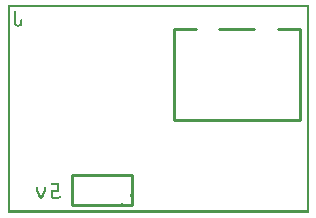
<source format=gbo>
G04 MADE WITH FRITZING*
G04 WWW.FRITZING.ORG*
G04 DOUBLE SIDED*
G04 HOLES PLATED*
G04 CONTOUR ON CENTER OF CONTOUR VECTOR*
%ASAXBY*%
%FSLAX23Y23*%
%MOIN*%
%OFA0B0*%
%SFA1.0B1.0*%
%ADD10C,0.010000*%
%ADD11R,0.001000X0.001000*%
%LNSILK0*%
G90*
G70*
G54D10*
X974Y311D02*
X554Y311D01*
D02*
X974Y612D02*
X974Y311D01*
D02*
X554Y311D02*
X554Y612D01*
D02*
X821Y612D02*
X703Y612D01*
D02*
X974Y612D02*
X900Y612D01*
D02*
X629Y612D02*
X554Y612D01*
D02*
X414Y26D02*
X214Y26D01*
D02*
X214Y26D02*
X214Y126D01*
D02*
X214Y126D02*
X414Y126D01*
D02*
X414Y126D02*
X414Y26D01*
G54D11*
X0Y693D02*
X1004Y693D01*
X0Y692D02*
X1004Y692D01*
X0Y691D02*
X1004Y691D01*
X0Y690D02*
X1004Y690D01*
X0Y689D02*
X1004Y689D01*
X0Y688D02*
X1004Y688D01*
X0Y687D02*
X1004Y687D01*
X0Y686D02*
X1004Y686D01*
X0Y685D02*
X7Y685D01*
X997Y685D02*
X1004Y685D01*
X0Y684D02*
X7Y684D01*
X997Y684D02*
X1004Y684D01*
X0Y683D02*
X7Y683D01*
X997Y683D02*
X1004Y683D01*
X0Y682D02*
X7Y682D01*
X997Y682D02*
X1004Y682D01*
X0Y681D02*
X7Y681D01*
X997Y681D02*
X1004Y681D01*
X0Y680D02*
X7Y680D01*
X997Y680D02*
X1004Y680D01*
X0Y679D02*
X7Y679D01*
X997Y679D02*
X1004Y679D01*
X0Y678D02*
X7Y678D01*
X997Y678D02*
X1004Y678D01*
X0Y677D02*
X7Y677D01*
X997Y677D02*
X1004Y677D01*
X0Y676D02*
X7Y676D01*
X997Y676D02*
X1004Y676D01*
X0Y675D02*
X7Y675D01*
X25Y675D02*
X25Y675D01*
X997Y675D02*
X1004Y675D01*
X0Y674D02*
X7Y674D01*
X23Y674D02*
X27Y674D01*
X997Y674D02*
X1004Y674D01*
X0Y673D02*
X7Y673D01*
X22Y673D02*
X27Y673D01*
X997Y673D02*
X1004Y673D01*
X0Y672D02*
X7Y672D01*
X22Y672D02*
X28Y672D01*
X997Y672D02*
X1004Y672D01*
X0Y671D02*
X7Y671D01*
X22Y671D02*
X28Y671D01*
X997Y671D02*
X1004Y671D01*
X0Y670D02*
X7Y670D01*
X22Y670D02*
X28Y670D01*
X997Y670D02*
X1004Y670D01*
X0Y669D02*
X7Y669D01*
X22Y669D02*
X28Y669D01*
X997Y669D02*
X1004Y669D01*
X0Y668D02*
X7Y668D01*
X22Y668D02*
X28Y668D01*
X997Y668D02*
X1004Y668D01*
X0Y667D02*
X7Y667D01*
X22Y667D02*
X28Y667D01*
X997Y667D02*
X1004Y667D01*
X0Y666D02*
X7Y666D01*
X22Y666D02*
X28Y666D01*
X997Y666D02*
X1004Y666D01*
X0Y665D02*
X7Y665D01*
X22Y665D02*
X28Y665D01*
X997Y665D02*
X1004Y665D01*
X0Y664D02*
X7Y664D01*
X22Y664D02*
X28Y664D01*
X997Y664D02*
X1004Y664D01*
X0Y663D02*
X7Y663D01*
X22Y663D02*
X28Y663D01*
X997Y663D02*
X1004Y663D01*
X0Y662D02*
X7Y662D01*
X22Y662D02*
X28Y662D01*
X997Y662D02*
X1004Y662D01*
X0Y661D02*
X7Y661D01*
X22Y661D02*
X28Y661D01*
X997Y661D02*
X1004Y661D01*
X0Y660D02*
X7Y660D01*
X22Y660D02*
X28Y660D01*
X997Y660D02*
X1004Y660D01*
X0Y659D02*
X7Y659D01*
X22Y659D02*
X28Y659D01*
X997Y659D02*
X1004Y659D01*
X0Y658D02*
X7Y658D01*
X22Y658D02*
X28Y658D01*
X997Y658D02*
X1004Y658D01*
X0Y657D02*
X7Y657D01*
X22Y657D02*
X28Y657D01*
X997Y657D02*
X1004Y657D01*
X0Y656D02*
X7Y656D01*
X22Y656D02*
X28Y656D01*
X997Y656D02*
X1004Y656D01*
X0Y655D02*
X7Y655D01*
X22Y655D02*
X28Y655D01*
X997Y655D02*
X1004Y655D01*
X0Y654D02*
X7Y654D01*
X22Y654D02*
X28Y654D01*
X997Y654D02*
X1004Y654D01*
X0Y653D02*
X7Y653D01*
X22Y653D02*
X28Y653D01*
X997Y653D02*
X1004Y653D01*
X0Y652D02*
X7Y652D01*
X22Y652D02*
X28Y652D01*
X997Y652D02*
X1004Y652D01*
X0Y651D02*
X7Y651D01*
X22Y651D02*
X28Y651D01*
X997Y651D02*
X1004Y651D01*
X0Y650D02*
X7Y650D01*
X22Y650D02*
X28Y650D01*
X997Y650D02*
X1004Y650D01*
X0Y649D02*
X7Y649D01*
X22Y649D02*
X28Y649D01*
X997Y649D02*
X1004Y649D01*
X0Y648D02*
X7Y648D01*
X22Y648D02*
X28Y648D01*
X997Y648D02*
X1004Y648D01*
X0Y647D02*
X7Y647D01*
X22Y647D02*
X28Y647D01*
X997Y647D02*
X1004Y647D01*
X0Y646D02*
X7Y646D01*
X22Y646D02*
X28Y646D01*
X997Y646D02*
X1004Y646D01*
X0Y645D02*
X7Y645D01*
X22Y645D02*
X28Y645D01*
X44Y645D02*
X47Y645D01*
X997Y645D02*
X1004Y645D01*
X0Y644D02*
X7Y644D01*
X22Y644D02*
X28Y644D01*
X43Y644D02*
X48Y644D01*
X997Y644D02*
X1004Y644D01*
X0Y643D02*
X7Y643D01*
X22Y643D02*
X28Y643D01*
X43Y643D02*
X48Y643D01*
X997Y643D02*
X1004Y643D01*
X0Y642D02*
X7Y642D01*
X22Y642D02*
X28Y642D01*
X42Y642D02*
X48Y642D01*
X997Y642D02*
X1004Y642D01*
X0Y641D02*
X7Y641D01*
X22Y641D02*
X28Y641D01*
X42Y641D02*
X48Y641D01*
X997Y641D02*
X1004Y641D01*
X0Y640D02*
X7Y640D01*
X22Y640D02*
X28Y640D01*
X42Y640D02*
X48Y640D01*
X997Y640D02*
X1004Y640D01*
X0Y639D02*
X7Y639D01*
X22Y639D02*
X28Y639D01*
X42Y639D02*
X48Y639D01*
X997Y639D02*
X1004Y639D01*
X0Y638D02*
X7Y638D01*
X22Y638D02*
X28Y638D01*
X42Y638D02*
X48Y638D01*
X997Y638D02*
X1004Y638D01*
X0Y637D02*
X7Y637D01*
X22Y637D02*
X28Y637D01*
X42Y637D02*
X48Y637D01*
X997Y637D02*
X1004Y637D01*
X0Y636D02*
X7Y636D01*
X22Y636D02*
X28Y636D01*
X42Y636D02*
X48Y636D01*
X997Y636D02*
X1004Y636D01*
X0Y635D02*
X7Y635D01*
X22Y635D02*
X28Y635D01*
X42Y635D02*
X48Y635D01*
X997Y635D02*
X1004Y635D01*
X0Y634D02*
X7Y634D01*
X22Y634D02*
X28Y634D01*
X42Y634D02*
X48Y634D01*
X997Y634D02*
X1004Y634D01*
X0Y633D02*
X7Y633D01*
X22Y633D02*
X28Y633D01*
X42Y633D02*
X48Y633D01*
X997Y633D02*
X1004Y633D01*
X0Y632D02*
X7Y632D01*
X22Y632D02*
X28Y632D01*
X42Y632D02*
X48Y632D01*
X997Y632D02*
X1004Y632D01*
X0Y631D02*
X7Y631D01*
X22Y631D02*
X28Y631D01*
X42Y631D02*
X48Y631D01*
X997Y631D02*
X1004Y631D01*
X0Y630D02*
X7Y630D01*
X22Y630D02*
X28Y630D01*
X42Y630D02*
X48Y630D01*
X997Y630D02*
X1004Y630D01*
X0Y629D02*
X7Y629D01*
X22Y629D02*
X29Y629D01*
X41Y629D02*
X48Y629D01*
X997Y629D02*
X1004Y629D01*
X0Y628D02*
X7Y628D01*
X22Y628D02*
X31Y628D01*
X39Y628D02*
X48Y628D01*
X997Y628D02*
X1004Y628D01*
X0Y627D02*
X7Y627D01*
X23Y627D02*
X47Y627D01*
X997Y627D02*
X1004Y627D01*
X0Y626D02*
X7Y626D01*
X23Y626D02*
X47Y626D01*
X997Y626D02*
X1004Y626D01*
X0Y625D02*
X7Y625D01*
X24Y625D02*
X46Y625D01*
X997Y625D02*
X1004Y625D01*
X0Y624D02*
X7Y624D01*
X25Y624D02*
X45Y624D01*
X997Y624D02*
X1004Y624D01*
X0Y623D02*
X7Y623D01*
X26Y623D02*
X44Y623D01*
X997Y623D02*
X1004Y623D01*
X0Y622D02*
X7Y622D01*
X28Y622D02*
X42Y622D01*
X997Y622D02*
X1004Y622D01*
X0Y621D02*
X7Y621D01*
X32Y621D02*
X38Y621D01*
X997Y621D02*
X1004Y621D01*
X0Y620D02*
X7Y620D01*
X997Y620D02*
X1004Y620D01*
X0Y619D02*
X7Y619D01*
X997Y619D02*
X1004Y619D01*
X0Y618D02*
X7Y618D01*
X997Y618D02*
X1004Y618D01*
X0Y617D02*
X7Y617D01*
X997Y617D02*
X1004Y617D01*
X0Y616D02*
X7Y616D01*
X997Y616D02*
X1004Y616D01*
X0Y615D02*
X7Y615D01*
X997Y615D02*
X1004Y615D01*
X0Y614D02*
X7Y614D01*
X997Y614D02*
X1004Y614D01*
X0Y613D02*
X7Y613D01*
X997Y613D02*
X1004Y613D01*
X0Y612D02*
X7Y612D01*
X997Y612D02*
X1004Y612D01*
X0Y611D02*
X7Y611D01*
X997Y611D02*
X1004Y611D01*
X0Y610D02*
X7Y610D01*
X997Y610D02*
X1004Y610D01*
X0Y609D02*
X7Y609D01*
X997Y609D02*
X1004Y609D01*
X0Y608D02*
X7Y608D01*
X997Y608D02*
X1004Y608D01*
X0Y607D02*
X7Y607D01*
X997Y607D02*
X1004Y607D01*
X0Y606D02*
X7Y606D01*
X997Y606D02*
X1004Y606D01*
X0Y605D02*
X7Y605D01*
X997Y605D02*
X1004Y605D01*
X0Y604D02*
X7Y604D01*
X997Y604D02*
X1004Y604D01*
X0Y603D02*
X7Y603D01*
X997Y603D02*
X1004Y603D01*
X0Y602D02*
X7Y602D01*
X997Y602D02*
X1004Y602D01*
X0Y601D02*
X7Y601D01*
X997Y601D02*
X1004Y601D01*
X0Y600D02*
X7Y600D01*
X997Y600D02*
X1004Y600D01*
X0Y599D02*
X7Y599D01*
X997Y599D02*
X1004Y599D01*
X0Y598D02*
X7Y598D01*
X997Y598D02*
X1004Y598D01*
X0Y597D02*
X7Y597D01*
X997Y597D02*
X1004Y597D01*
X0Y596D02*
X7Y596D01*
X997Y596D02*
X1004Y596D01*
X0Y595D02*
X7Y595D01*
X997Y595D02*
X1004Y595D01*
X0Y594D02*
X7Y594D01*
X997Y594D02*
X1004Y594D01*
X0Y593D02*
X7Y593D01*
X997Y593D02*
X1004Y593D01*
X0Y592D02*
X7Y592D01*
X997Y592D02*
X1004Y592D01*
X0Y591D02*
X7Y591D01*
X997Y591D02*
X1004Y591D01*
X0Y590D02*
X7Y590D01*
X997Y590D02*
X1004Y590D01*
X0Y589D02*
X7Y589D01*
X997Y589D02*
X1004Y589D01*
X0Y588D02*
X7Y588D01*
X997Y588D02*
X1004Y588D01*
X0Y587D02*
X7Y587D01*
X997Y587D02*
X1004Y587D01*
X0Y586D02*
X7Y586D01*
X997Y586D02*
X1004Y586D01*
X0Y585D02*
X7Y585D01*
X997Y585D02*
X1004Y585D01*
X0Y584D02*
X7Y584D01*
X997Y584D02*
X1004Y584D01*
X0Y583D02*
X7Y583D01*
X997Y583D02*
X1004Y583D01*
X0Y582D02*
X7Y582D01*
X997Y582D02*
X1004Y582D01*
X0Y581D02*
X7Y581D01*
X997Y581D02*
X1004Y581D01*
X0Y580D02*
X7Y580D01*
X997Y580D02*
X1004Y580D01*
X0Y579D02*
X7Y579D01*
X997Y579D02*
X1004Y579D01*
X0Y578D02*
X7Y578D01*
X997Y578D02*
X1004Y578D01*
X0Y577D02*
X7Y577D01*
X997Y577D02*
X1004Y577D01*
X0Y576D02*
X7Y576D01*
X997Y576D02*
X1004Y576D01*
X0Y575D02*
X7Y575D01*
X997Y575D02*
X1004Y575D01*
X0Y574D02*
X7Y574D01*
X997Y574D02*
X1004Y574D01*
X0Y573D02*
X7Y573D01*
X997Y573D02*
X1004Y573D01*
X0Y572D02*
X7Y572D01*
X997Y572D02*
X1004Y572D01*
X0Y571D02*
X7Y571D01*
X997Y571D02*
X1004Y571D01*
X0Y570D02*
X7Y570D01*
X997Y570D02*
X1004Y570D01*
X0Y569D02*
X7Y569D01*
X997Y569D02*
X1004Y569D01*
X0Y568D02*
X7Y568D01*
X997Y568D02*
X1004Y568D01*
X0Y567D02*
X7Y567D01*
X997Y567D02*
X1004Y567D01*
X0Y566D02*
X7Y566D01*
X997Y566D02*
X1004Y566D01*
X0Y565D02*
X7Y565D01*
X997Y565D02*
X1004Y565D01*
X0Y564D02*
X7Y564D01*
X997Y564D02*
X1004Y564D01*
X0Y563D02*
X7Y563D01*
X997Y563D02*
X1004Y563D01*
X0Y562D02*
X7Y562D01*
X997Y562D02*
X1004Y562D01*
X0Y561D02*
X7Y561D01*
X997Y561D02*
X1004Y561D01*
X0Y560D02*
X7Y560D01*
X997Y560D02*
X1004Y560D01*
X0Y559D02*
X7Y559D01*
X997Y559D02*
X1004Y559D01*
X0Y558D02*
X7Y558D01*
X997Y558D02*
X1004Y558D01*
X0Y557D02*
X7Y557D01*
X997Y557D02*
X1004Y557D01*
X0Y556D02*
X7Y556D01*
X997Y556D02*
X1004Y556D01*
X0Y555D02*
X7Y555D01*
X997Y555D02*
X1004Y555D01*
X0Y554D02*
X7Y554D01*
X997Y554D02*
X1004Y554D01*
X0Y553D02*
X7Y553D01*
X997Y553D02*
X1004Y553D01*
X0Y552D02*
X7Y552D01*
X997Y552D02*
X1004Y552D01*
X0Y551D02*
X7Y551D01*
X997Y551D02*
X1004Y551D01*
X0Y550D02*
X7Y550D01*
X997Y550D02*
X1004Y550D01*
X0Y549D02*
X7Y549D01*
X997Y549D02*
X1004Y549D01*
X0Y548D02*
X7Y548D01*
X997Y548D02*
X1004Y548D01*
X0Y547D02*
X7Y547D01*
X997Y547D02*
X1004Y547D01*
X0Y546D02*
X7Y546D01*
X997Y546D02*
X1004Y546D01*
X0Y545D02*
X7Y545D01*
X997Y545D02*
X1004Y545D01*
X0Y544D02*
X7Y544D01*
X997Y544D02*
X1004Y544D01*
X0Y543D02*
X7Y543D01*
X997Y543D02*
X1004Y543D01*
X0Y542D02*
X7Y542D01*
X997Y542D02*
X1004Y542D01*
X0Y541D02*
X7Y541D01*
X997Y541D02*
X1004Y541D01*
X0Y540D02*
X7Y540D01*
X997Y540D02*
X1004Y540D01*
X0Y539D02*
X7Y539D01*
X997Y539D02*
X1004Y539D01*
X0Y538D02*
X7Y538D01*
X997Y538D02*
X1004Y538D01*
X0Y537D02*
X7Y537D01*
X997Y537D02*
X1004Y537D01*
X0Y536D02*
X7Y536D01*
X997Y536D02*
X1004Y536D01*
X0Y535D02*
X7Y535D01*
X997Y535D02*
X1004Y535D01*
X0Y534D02*
X7Y534D01*
X997Y534D02*
X1004Y534D01*
X0Y533D02*
X7Y533D01*
X997Y533D02*
X1004Y533D01*
X0Y532D02*
X7Y532D01*
X997Y532D02*
X1004Y532D01*
X0Y531D02*
X7Y531D01*
X997Y531D02*
X1004Y531D01*
X0Y530D02*
X7Y530D01*
X997Y530D02*
X1004Y530D01*
X0Y529D02*
X7Y529D01*
X997Y529D02*
X1004Y529D01*
X0Y528D02*
X7Y528D01*
X997Y528D02*
X1004Y528D01*
X0Y527D02*
X7Y527D01*
X997Y527D02*
X1004Y527D01*
X0Y526D02*
X7Y526D01*
X997Y526D02*
X1004Y526D01*
X0Y525D02*
X7Y525D01*
X997Y525D02*
X1004Y525D01*
X0Y524D02*
X7Y524D01*
X997Y524D02*
X1004Y524D01*
X0Y523D02*
X7Y523D01*
X997Y523D02*
X1004Y523D01*
X0Y522D02*
X7Y522D01*
X997Y522D02*
X1004Y522D01*
X0Y521D02*
X7Y521D01*
X997Y521D02*
X1004Y521D01*
X0Y520D02*
X7Y520D01*
X997Y520D02*
X1004Y520D01*
X0Y519D02*
X7Y519D01*
X997Y519D02*
X1004Y519D01*
X0Y518D02*
X7Y518D01*
X997Y518D02*
X1004Y518D01*
X0Y517D02*
X7Y517D01*
X997Y517D02*
X1004Y517D01*
X0Y516D02*
X7Y516D01*
X997Y516D02*
X1004Y516D01*
X0Y515D02*
X7Y515D01*
X997Y515D02*
X1004Y515D01*
X0Y514D02*
X7Y514D01*
X997Y514D02*
X1004Y514D01*
X0Y513D02*
X7Y513D01*
X997Y513D02*
X1004Y513D01*
X0Y512D02*
X7Y512D01*
X997Y512D02*
X1004Y512D01*
X0Y511D02*
X7Y511D01*
X997Y511D02*
X1004Y511D01*
X0Y510D02*
X7Y510D01*
X997Y510D02*
X1004Y510D01*
X0Y509D02*
X7Y509D01*
X997Y509D02*
X1004Y509D01*
X0Y508D02*
X7Y508D01*
X997Y508D02*
X1004Y508D01*
X0Y507D02*
X7Y507D01*
X997Y507D02*
X1004Y507D01*
X0Y506D02*
X7Y506D01*
X997Y506D02*
X1004Y506D01*
X0Y505D02*
X7Y505D01*
X997Y505D02*
X1004Y505D01*
X0Y504D02*
X7Y504D01*
X997Y504D02*
X1004Y504D01*
X0Y503D02*
X7Y503D01*
X997Y503D02*
X1004Y503D01*
X0Y502D02*
X7Y502D01*
X997Y502D02*
X1004Y502D01*
X0Y501D02*
X7Y501D01*
X997Y501D02*
X1004Y501D01*
X0Y500D02*
X7Y500D01*
X997Y500D02*
X1004Y500D01*
X0Y499D02*
X7Y499D01*
X997Y499D02*
X1004Y499D01*
X0Y498D02*
X7Y498D01*
X997Y498D02*
X1004Y498D01*
X0Y497D02*
X7Y497D01*
X997Y497D02*
X1004Y497D01*
X0Y496D02*
X7Y496D01*
X997Y496D02*
X1004Y496D01*
X0Y495D02*
X7Y495D01*
X997Y495D02*
X1004Y495D01*
X0Y494D02*
X7Y494D01*
X997Y494D02*
X1004Y494D01*
X0Y493D02*
X7Y493D01*
X997Y493D02*
X1004Y493D01*
X0Y492D02*
X7Y492D01*
X997Y492D02*
X1004Y492D01*
X0Y491D02*
X7Y491D01*
X997Y491D02*
X1004Y491D01*
X0Y490D02*
X7Y490D01*
X997Y490D02*
X1004Y490D01*
X0Y489D02*
X7Y489D01*
X997Y489D02*
X1004Y489D01*
X0Y488D02*
X7Y488D01*
X997Y488D02*
X1004Y488D01*
X0Y487D02*
X7Y487D01*
X997Y487D02*
X1004Y487D01*
X0Y486D02*
X7Y486D01*
X997Y486D02*
X1004Y486D01*
X0Y485D02*
X7Y485D01*
X997Y485D02*
X1004Y485D01*
X0Y484D02*
X7Y484D01*
X997Y484D02*
X1004Y484D01*
X0Y483D02*
X7Y483D01*
X997Y483D02*
X1004Y483D01*
X0Y482D02*
X7Y482D01*
X997Y482D02*
X1004Y482D01*
X0Y481D02*
X7Y481D01*
X997Y481D02*
X1004Y481D01*
X0Y480D02*
X7Y480D01*
X997Y480D02*
X1004Y480D01*
X0Y479D02*
X7Y479D01*
X997Y479D02*
X1004Y479D01*
X0Y478D02*
X7Y478D01*
X997Y478D02*
X1004Y478D01*
X0Y477D02*
X7Y477D01*
X997Y477D02*
X1004Y477D01*
X0Y476D02*
X7Y476D01*
X997Y476D02*
X1004Y476D01*
X0Y475D02*
X7Y475D01*
X997Y475D02*
X1004Y475D01*
X0Y474D02*
X7Y474D01*
X997Y474D02*
X1004Y474D01*
X0Y473D02*
X7Y473D01*
X997Y473D02*
X1004Y473D01*
X0Y472D02*
X7Y472D01*
X997Y472D02*
X1004Y472D01*
X0Y471D02*
X7Y471D01*
X997Y471D02*
X1004Y471D01*
X0Y470D02*
X7Y470D01*
X997Y470D02*
X1004Y470D01*
X0Y469D02*
X7Y469D01*
X997Y469D02*
X1004Y469D01*
X0Y468D02*
X7Y468D01*
X997Y468D02*
X1004Y468D01*
X0Y467D02*
X7Y467D01*
X997Y467D02*
X1004Y467D01*
X0Y466D02*
X7Y466D01*
X997Y466D02*
X1004Y466D01*
X0Y465D02*
X7Y465D01*
X997Y465D02*
X1004Y465D01*
X0Y464D02*
X7Y464D01*
X997Y464D02*
X1004Y464D01*
X0Y463D02*
X7Y463D01*
X997Y463D02*
X1004Y463D01*
X0Y462D02*
X7Y462D01*
X997Y462D02*
X1004Y462D01*
X0Y461D02*
X7Y461D01*
X997Y461D02*
X1004Y461D01*
X0Y460D02*
X7Y460D01*
X997Y460D02*
X1004Y460D01*
X0Y459D02*
X7Y459D01*
X997Y459D02*
X1004Y459D01*
X0Y458D02*
X7Y458D01*
X997Y458D02*
X1004Y458D01*
X0Y457D02*
X7Y457D01*
X997Y457D02*
X1004Y457D01*
X0Y456D02*
X7Y456D01*
X997Y456D02*
X1004Y456D01*
X0Y455D02*
X7Y455D01*
X997Y455D02*
X1004Y455D01*
X0Y454D02*
X7Y454D01*
X997Y454D02*
X1004Y454D01*
X0Y453D02*
X7Y453D01*
X997Y453D02*
X1004Y453D01*
X0Y452D02*
X7Y452D01*
X997Y452D02*
X1004Y452D01*
X0Y451D02*
X7Y451D01*
X997Y451D02*
X1004Y451D01*
X0Y450D02*
X7Y450D01*
X997Y450D02*
X1004Y450D01*
X0Y449D02*
X7Y449D01*
X997Y449D02*
X1004Y449D01*
X0Y448D02*
X7Y448D01*
X997Y448D02*
X1004Y448D01*
X0Y447D02*
X7Y447D01*
X997Y447D02*
X1004Y447D01*
X0Y446D02*
X7Y446D01*
X997Y446D02*
X1004Y446D01*
X0Y445D02*
X7Y445D01*
X997Y445D02*
X1004Y445D01*
X0Y444D02*
X7Y444D01*
X997Y444D02*
X1004Y444D01*
X0Y443D02*
X7Y443D01*
X997Y443D02*
X1004Y443D01*
X0Y442D02*
X7Y442D01*
X997Y442D02*
X1004Y442D01*
X0Y441D02*
X7Y441D01*
X997Y441D02*
X1004Y441D01*
X0Y440D02*
X7Y440D01*
X997Y440D02*
X1004Y440D01*
X0Y439D02*
X7Y439D01*
X997Y439D02*
X1004Y439D01*
X0Y438D02*
X7Y438D01*
X997Y438D02*
X1004Y438D01*
X0Y437D02*
X7Y437D01*
X997Y437D02*
X1004Y437D01*
X0Y436D02*
X7Y436D01*
X997Y436D02*
X1004Y436D01*
X0Y435D02*
X7Y435D01*
X997Y435D02*
X1004Y435D01*
X0Y434D02*
X7Y434D01*
X997Y434D02*
X1004Y434D01*
X0Y433D02*
X7Y433D01*
X997Y433D02*
X1004Y433D01*
X0Y432D02*
X7Y432D01*
X997Y432D02*
X1004Y432D01*
X0Y431D02*
X7Y431D01*
X997Y431D02*
X1004Y431D01*
X0Y430D02*
X7Y430D01*
X997Y430D02*
X1004Y430D01*
X0Y429D02*
X7Y429D01*
X997Y429D02*
X1004Y429D01*
X0Y428D02*
X7Y428D01*
X997Y428D02*
X1004Y428D01*
X0Y427D02*
X7Y427D01*
X997Y427D02*
X1004Y427D01*
X0Y426D02*
X7Y426D01*
X997Y426D02*
X1004Y426D01*
X0Y425D02*
X7Y425D01*
X997Y425D02*
X1004Y425D01*
X0Y424D02*
X7Y424D01*
X997Y424D02*
X1004Y424D01*
X0Y423D02*
X7Y423D01*
X997Y423D02*
X1004Y423D01*
X0Y422D02*
X7Y422D01*
X997Y422D02*
X1004Y422D01*
X0Y421D02*
X7Y421D01*
X997Y421D02*
X1004Y421D01*
X0Y420D02*
X7Y420D01*
X997Y420D02*
X1004Y420D01*
X0Y419D02*
X7Y419D01*
X997Y419D02*
X1004Y419D01*
X0Y418D02*
X7Y418D01*
X997Y418D02*
X1004Y418D01*
X0Y417D02*
X7Y417D01*
X997Y417D02*
X1004Y417D01*
X0Y416D02*
X7Y416D01*
X997Y416D02*
X1004Y416D01*
X0Y415D02*
X7Y415D01*
X997Y415D02*
X1004Y415D01*
X0Y414D02*
X7Y414D01*
X997Y414D02*
X1004Y414D01*
X0Y413D02*
X7Y413D01*
X997Y413D02*
X1004Y413D01*
X0Y412D02*
X7Y412D01*
X997Y412D02*
X1004Y412D01*
X0Y411D02*
X7Y411D01*
X997Y411D02*
X1004Y411D01*
X0Y410D02*
X7Y410D01*
X997Y410D02*
X1004Y410D01*
X0Y409D02*
X7Y409D01*
X997Y409D02*
X1004Y409D01*
X0Y408D02*
X7Y408D01*
X997Y408D02*
X1004Y408D01*
X0Y407D02*
X7Y407D01*
X997Y407D02*
X1004Y407D01*
X0Y406D02*
X7Y406D01*
X997Y406D02*
X1004Y406D01*
X0Y405D02*
X7Y405D01*
X997Y405D02*
X1004Y405D01*
X0Y404D02*
X7Y404D01*
X997Y404D02*
X1004Y404D01*
X0Y403D02*
X7Y403D01*
X997Y403D02*
X1004Y403D01*
X0Y402D02*
X7Y402D01*
X997Y402D02*
X1004Y402D01*
X0Y401D02*
X7Y401D01*
X997Y401D02*
X1004Y401D01*
X0Y400D02*
X7Y400D01*
X997Y400D02*
X1004Y400D01*
X0Y399D02*
X7Y399D01*
X997Y399D02*
X1004Y399D01*
X0Y398D02*
X7Y398D01*
X997Y398D02*
X1004Y398D01*
X0Y397D02*
X7Y397D01*
X997Y397D02*
X1004Y397D01*
X0Y396D02*
X7Y396D01*
X997Y396D02*
X1004Y396D01*
X0Y395D02*
X7Y395D01*
X997Y395D02*
X1004Y395D01*
X0Y394D02*
X7Y394D01*
X997Y394D02*
X1004Y394D01*
X0Y393D02*
X7Y393D01*
X997Y393D02*
X1004Y393D01*
X0Y392D02*
X7Y392D01*
X997Y392D02*
X1004Y392D01*
X0Y391D02*
X7Y391D01*
X997Y391D02*
X1004Y391D01*
X0Y390D02*
X7Y390D01*
X997Y390D02*
X1004Y390D01*
X0Y389D02*
X7Y389D01*
X997Y389D02*
X1004Y389D01*
X0Y388D02*
X7Y388D01*
X997Y388D02*
X1004Y388D01*
X0Y387D02*
X7Y387D01*
X997Y387D02*
X1004Y387D01*
X0Y386D02*
X7Y386D01*
X997Y386D02*
X1004Y386D01*
X0Y385D02*
X7Y385D01*
X997Y385D02*
X1004Y385D01*
X0Y384D02*
X7Y384D01*
X997Y384D02*
X1004Y384D01*
X0Y383D02*
X7Y383D01*
X997Y383D02*
X1004Y383D01*
X0Y382D02*
X7Y382D01*
X997Y382D02*
X1004Y382D01*
X0Y381D02*
X7Y381D01*
X997Y381D02*
X1004Y381D01*
X0Y380D02*
X7Y380D01*
X997Y380D02*
X1004Y380D01*
X0Y379D02*
X7Y379D01*
X997Y379D02*
X1004Y379D01*
X0Y378D02*
X7Y378D01*
X997Y378D02*
X1004Y378D01*
X0Y377D02*
X7Y377D01*
X997Y377D02*
X1004Y377D01*
X0Y376D02*
X7Y376D01*
X997Y376D02*
X1004Y376D01*
X0Y375D02*
X7Y375D01*
X997Y375D02*
X1004Y375D01*
X0Y374D02*
X7Y374D01*
X997Y374D02*
X1004Y374D01*
X0Y373D02*
X7Y373D01*
X997Y373D02*
X1004Y373D01*
X0Y372D02*
X7Y372D01*
X997Y372D02*
X1004Y372D01*
X0Y371D02*
X7Y371D01*
X997Y371D02*
X1004Y371D01*
X0Y370D02*
X7Y370D01*
X997Y370D02*
X1004Y370D01*
X0Y369D02*
X7Y369D01*
X997Y369D02*
X1004Y369D01*
X0Y368D02*
X7Y368D01*
X997Y368D02*
X1004Y368D01*
X0Y367D02*
X7Y367D01*
X997Y367D02*
X1004Y367D01*
X0Y366D02*
X7Y366D01*
X997Y366D02*
X1004Y366D01*
X0Y365D02*
X7Y365D01*
X997Y365D02*
X1004Y365D01*
X0Y364D02*
X7Y364D01*
X997Y364D02*
X1004Y364D01*
X0Y363D02*
X7Y363D01*
X997Y363D02*
X1004Y363D01*
X0Y362D02*
X7Y362D01*
X997Y362D02*
X1004Y362D01*
X0Y361D02*
X7Y361D01*
X997Y361D02*
X1004Y361D01*
X0Y360D02*
X7Y360D01*
X997Y360D02*
X1004Y360D01*
X0Y359D02*
X7Y359D01*
X997Y359D02*
X1004Y359D01*
X0Y358D02*
X7Y358D01*
X997Y358D02*
X1004Y358D01*
X0Y357D02*
X7Y357D01*
X997Y357D02*
X1004Y357D01*
X0Y356D02*
X7Y356D01*
X997Y356D02*
X1004Y356D01*
X0Y355D02*
X7Y355D01*
X997Y355D02*
X1004Y355D01*
X0Y354D02*
X7Y354D01*
X997Y354D02*
X1004Y354D01*
X0Y353D02*
X7Y353D01*
X997Y353D02*
X1004Y353D01*
X0Y352D02*
X7Y352D01*
X997Y352D02*
X1004Y352D01*
X0Y351D02*
X7Y351D01*
X997Y351D02*
X1004Y351D01*
X0Y350D02*
X7Y350D01*
X997Y350D02*
X1004Y350D01*
X0Y349D02*
X7Y349D01*
X997Y349D02*
X1004Y349D01*
X0Y348D02*
X7Y348D01*
X997Y348D02*
X1004Y348D01*
X0Y347D02*
X7Y347D01*
X997Y347D02*
X1004Y347D01*
X0Y346D02*
X7Y346D01*
X997Y346D02*
X1004Y346D01*
X0Y345D02*
X7Y345D01*
X997Y345D02*
X1004Y345D01*
X0Y344D02*
X7Y344D01*
X997Y344D02*
X1004Y344D01*
X0Y343D02*
X7Y343D01*
X997Y343D02*
X1004Y343D01*
X0Y342D02*
X7Y342D01*
X997Y342D02*
X1004Y342D01*
X0Y341D02*
X7Y341D01*
X997Y341D02*
X1004Y341D01*
X0Y340D02*
X7Y340D01*
X997Y340D02*
X1004Y340D01*
X0Y339D02*
X7Y339D01*
X997Y339D02*
X1004Y339D01*
X0Y338D02*
X7Y338D01*
X997Y338D02*
X1004Y338D01*
X0Y337D02*
X7Y337D01*
X997Y337D02*
X1004Y337D01*
X0Y336D02*
X7Y336D01*
X997Y336D02*
X1004Y336D01*
X0Y335D02*
X7Y335D01*
X997Y335D02*
X1004Y335D01*
X0Y334D02*
X7Y334D01*
X997Y334D02*
X1004Y334D01*
X0Y333D02*
X7Y333D01*
X997Y333D02*
X1004Y333D01*
X0Y332D02*
X7Y332D01*
X997Y332D02*
X1004Y332D01*
X0Y331D02*
X7Y331D01*
X997Y331D02*
X1004Y331D01*
X0Y330D02*
X7Y330D01*
X997Y330D02*
X1004Y330D01*
X0Y329D02*
X7Y329D01*
X997Y329D02*
X1004Y329D01*
X0Y328D02*
X7Y328D01*
X997Y328D02*
X1004Y328D01*
X0Y327D02*
X7Y327D01*
X997Y327D02*
X1004Y327D01*
X0Y326D02*
X7Y326D01*
X997Y326D02*
X1004Y326D01*
X0Y325D02*
X7Y325D01*
X997Y325D02*
X1004Y325D01*
X0Y324D02*
X7Y324D01*
X997Y324D02*
X1004Y324D01*
X0Y323D02*
X7Y323D01*
X997Y323D02*
X1004Y323D01*
X0Y322D02*
X7Y322D01*
X997Y322D02*
X1004Y322D01*
X0Y321D02*
X7Y321D01*
X997Y321D02*
X1004Y321D01*
X0Y320D02*
X7Y320D01*
X997Y320D02*
X1004Y320D01*
X0Y319D02*
X7Y319D01*
X997Y319D02*
X1004Y319D01*
X0Y318D02*
X7Y318D01*
X997Y318D02*
X1004Y318D01*
X0Y317D02*
X7Y317D01*
X997Y317D02*
X1004Y317D01*
X0Y316D02*
X7Y316D01*
X997Y316D02*
X1004Y316D01*
X0Y315D02*
X7Y315D01*
X997Y315D02*
X1004Y315D01*
X0Y314D02*
X7Y314D01*
X997Y314D02*
X1004Y314D01*
X0Y313D02*
X7Y313D01*
X997Y313D02*
X1004Y313D01*
X0Y312D02*
X7Y312D01*
X997Y312D02*
X1004Y312D01*
X0Y311D02*
X7Y311D01*
X997Y311D02*
X1004Y311D01*
X0Y310D02*
X7Y310D01*
X997Y310D02*
X1004Y310D01*
X0Y309D02*
X7Y309D01*
X997Y309D02*
X1004Y309D01*
X0Y308D02*
X7Y308D01*
X997Y308D02*
X1004Y308D01*
X0Y307D02*
X7Y307D01*
X997Y307D02*
X1004Y307D01*
X0Y306D02*
X7Y306D01*
X997Y306D02*
X1004Y306D01*
X0Y305D02*
X7Y305D01*
X997Y305D02*
X1004Y305D01*
X0Y304D02*
X7Y304D01*
X997Y304D02*
X1004Y304D01*
X0Y303D02*
X7Y303D01*
X997Y303D02*
X1004Y303D01*
X0Y302D02*
X7Y302D01*
X997Y302D02*
X1004Y302D01*
X0Y301D02*
X7Y301D01*
X997Y301D02*
X1004Y301D01*
X0Y300D02*
X7Y300D01*
X997Y300D02*
X1004Y300D01*
X0Y299D02*
X7Y299D01*
X997Y299D02*
X1004Y299D01*
X0Y298D02*
X7Y298D01*
X997Y298D02*
X1004Y298D01*
X0Y297D02*
X7Y297D01*
X997Y297D02*
X1004Y297D01*
X0Y296D02*
X7Y296D01*
X997Y296D02*
X1004Y296D01*
X0Y295D02*
X7Y295D01*
X997Y295D02*
X1004Y295D01*
X0Y294D02*
X7Y294D01*
X997Y294D02*
X1004Y294D01*
X0Y293D02*
X7Y293D01*
X997Y293D02*
X1004Y293D01*
X0Y292D02*
X7Y292D01*
X997Y292D02*
X1004Y292D01*
X0Y291D02*
X7Y291D01*
X997Y291D02*
X1004Y291D01*
X0Y290D02*
X7Y290D01*
X997Y290D02*
X1004Y290D01*
X0Y289D02*
X7Y289D01*
X997Y289D02*
X1004Y289D01*
X0Y288D02*
X7Y288D01*
X997Y288D02*
X1004Y288D01*
X0Y287D02*
X7Y287D01*
X997Y287D02*
X1004Y287D01*
X0Y286D02*
X7Y286D01*
X997Y286D02*
X1004Y286D01*
X0Y285D02*
X7Y285D01*
X997Y285D02*
X1004Y285D01*
X0Y284D02*
X7Y284D01*
X997Y284D02*
X1004Y284D01*
X0Y283D02*
X7Y283D01*
X997Y283D02*
X1004Y283D01*
X0Y282D02*
X7Y282D01*
X997Y282D02*
X1004Y282D01*
X0Y281D02*
X7Y281D01*
X997Y281D02*
X1004Y281D01*
X0Y280D02*
X7Y280D01*
X997Y280D02*
X1004Y280D01*
X0Y279D02*
X7Y279D01*
X997Y279D02*
X1004Y279D01*
X0Y278D02*
X7Y278D01*
X997Y278D02*
X1004Y278D01*
X0Y277D02*
X7Y277D01*
X997Y277D02*
X1004Y277D01*
X0Y276D02*
X7Y276D01*
X997Y276D02*
X1004Y276D01*
X0Y275D02*
X7Y275D01*
X997Y275D02*
X1004Y275D01*
X0Y274D02*
X7Y274D01*
X997Y274D02*
X1004Y274D01*
X0Y273D02*
X7Y273D01*
X997Y273D02*
X1004Y273D01*
X0Y272D02*
X7Y272D01*
X997Y272D02*
X1004Y272D01*
X0Y271D02*
X7Y271D01*
X997Y271D02*
X1004Y271D01*
X0Y270D02*
X7Y270D01*
X997Y270D02*
X1004Y270D01*
X0Y269D02*
X7Y269D01*
X997Y269D02*
X1004Y269D01*
X0Y268D02*
X7Y268D01*
X997Y268D02*
X1004Y268D01*
X0Y267D02*
X7Y267D01*
X997Y267D02*
X1004Y267D01*
X0Y266D02*
X7Y266D01*
X997Y266D02*
X1004Y266D01*
X0Y265D02*
X7Y265D01*
X997Y265D02*
X1004Y265D01*
X0Y264D02*
X7Y264D01*
X997Y264D02*
X1004Y264D01*
X0Y263D02*
X7Y263D01*
X997Y263D02*
X1004Y263D01*
X0Y262D02*
X7Y262D01*
X997Y262D02*
X1004Y262D01*
X0Y261D02*
X7Y261D01*
X997Y261D02*
X1004Y261D01*
X0Y260D02*
X7Y260D01*
X997Y260D02*
X1004Y260D01*
X0Y259D02*
X7Y259D01*
X997Y259D02*
X1004Y259D01*
X0Y258D02*
X7Y258D01*
X997Y258D02*
X1004Y258D01*
X0Y257D02*
X7Y257D01*
X997Y257D02*
X1004Y257D01*
X0Y256D02*
X7Y256D01*
X997Y256D02*
X1004Y256D01*
X0Y255D02*
X7Y255D01*
X997Y255D02*
X1004Y255D01*
X0Y254D02*
X7Y254D01*
X997Y254D02*
X1004Y254D01*
X0Y253D02*
X7Y253D01*
X997Y253D02*
X1004Y253D01*
X0Y252D02*
X7Y252D01*
X997Y252D02*
X1004Y252D01*
X0Y251D02*
X7Y251D01*
X997Y251D02*
X1004Y251D01*
X0Y250D02*
X7Y250D01*
X997Y250D02*
X1004Y250D01*
X0Y249D02*
X7Y249D01*
X997Y249D02*
X1004Y249D01*
X0Y248D02*
X7Y248D01*
X997Y248D02*
X1004Y248D01*
X0Y247D02*
X7Y247D01*
X997Y247D02*
X1004Y247D01*
X0Y246D02*
X7Y246D01*
X997Y246D02*
X1004Y246D01*
X0Y245D02*
X7Y245D01*
X997Y245D02*
X1004Y245D01*
X0Y244D02*
X7Y244D01*
X997Y244D02*
X1004Y244D01*
X0Y243D02*
X7Y243D01*
X997Y243D02*
X1004Y243D01*
X0Y242D02*
X7Y242D01*
X997Y242D02*
X1004Y242D01*
X0Y241D02*
X7Y241D01*
X997Y241D02*
X1004Y241D01*
X0Y240D02*
X7Y240D01*
X997Y240D02*
X1004Y240D01*
X0Y239D02*
X7Y239D01*
X997Y239D02*
X1004Y239D01*
X0Y238D02*
X7Y238D01*
X997Y238D02*
X1004Y238D01*
X0Y237D02*
X7Y237D01*
X997Y237D02*
X1004Y237D01*
X0Y236D02*
X7Y236D01*
X997Y236D02*
X1004Y236D01*
X0Y235D02*
X7Y235D01*
X997Y235D02*
X1004Y235D01*
X0Y234D02*
X7Y234D01*
X997Y234D02*
X1004Y234D01*
X0Y233D02*
X7Y233D01*
X997Y233D02*
X1004Y233D01*
X0Y232D02*
X7Y232D01*
X997Y232D02*
X1004Y232D01*
X0Y231D02*
X7Y231D01*
X997Y231D02*
X1004Y231D01*
X0Y230D02*
X7Y230D01*
X997Y230D02*
X1004Y230D01*
X0Y229D02*
X7Y229D01*
X997Y229D02*
X1004Y229D01*
X0Y228D02*
X7Y228D01*
X997Y228D02*
X1004Y228D01*
X0Y227D02*
X7Y227D01*
X997Y227D02*
X1004Y227D01*
X0Y226D02*
X7Y226D01*
X997Y226D02*
X1004Y226D01*
X0Y225D02*
X7Y225D01*
X997Y225D02*
X1004Y225D01*
X0Y224D02*
X7Y224D01*
X997Y224D02*
X1004Y224D01*
X0Y223D02*
X7Y223D01*
X997Y223D02*
X1004Y223D01*
X0Y222D02*
X7Y222D01*
X997Y222D02*
X1004Y222D01*
X0Y221D02*
X7Y221D01*
X997Y221D02*
X1004Y221D01*
X0Y220D02*
X7Y220D01*
X997Y220D02*
X1004Y220D01*
X0Y219D02*
X7Y219D01*
X997Y219D02*
X1004Y219D01*
X0Y218D02*
X7Y218D01*
X997Y218D02*
X1004Y218D01*
X0Y217D02*
X7Y217D01*
X997Y217D02*
X1004Y217D01*
X0Y216D02*
X7Y216D01*
X997Y216D02*
X1004Y216D01*
X0Y215D02*
X7Y215D01*
X997Y215D02*
X1004Y215D01*
X0Y214D02*
X7Y214D01*
X997Y214D02*
X1004Y214D01*
X0Y213D02*
X7Y213D01*
X997Y213D02*
X1004Y213D01*
X0Y212D02*
X7Y212D01*
X997Y212D02*
X1004Y212D01*
X0Y211D02*
X7Y211D01*
X997Y211D02*
X1004Y211D01*
X0Y210D02*
X7Y210D01*
X997Y210D02*
X1004Y210D01*
X0Y209D02*
X7Y209D01*
X997Y209D02*
X1004Y209D01*
X0Y208D02*
X7Y208D01*
X997Y208D02*
X1004Y208D01*
X0Y207D02*
X7Y207D01*
X997Y207D02*
X1004Y207D01*
X0Y206D02*
X7Y206D01*
X997Y206D02*
X1004Y206D01*
X0Y205D02*
X7Y205D01*
X997Y205D02*
X1004Y205D01*
X0Y204D02*
X7Y204D01*
X997Y204D02*
X1004Y204D01*
X0Y203D02*
X7Y203D01*
X997Y203D02*
X1004Y203D01*
X0Y202D02*
X7Y202D01*
X997Y202D02*
X1004Y202D01*
X0Y201D02*
X7Y201D01*
X997Y201D02*
X1004Y201D01*
X0Y200D02*
X7Y200D01*
X997Y200D02*
X1004Y200D01*
X0Y199D02*
X7Y199D01*
X997Y199D02*
X1004Y199D01*
X0Y198D02*
X7Y198D01*
X997Y198D02*
X1004Y198D01*
X0Y197D02*
X7Y197D01*
X997Y197D02*
X1004Y197D01*
X0Y196D02*
X7Y196D01*
X997Y196D02*
X1004Y196D01*
X0Y195D02*
X7Y195D01*
X997Y195D02*
X1004Y195D01*
X0Y194D02*
X7Y194D01*
X997Y194D02*
X1004Y194D01*
X0Y193D02*
X7Y193D01*
X997Y193D02*
X1004Y193D01*
X0Y192D02*
X7Y192D01*
X997Y192D02*
X1004Y192D01*
X0Y191D02*
X7Y191D01*
X997Y191D02*
X1004Y191D01*
X0Y190D02*
X7Y190D01*
X997Y190D02*
X1004Y190D01*
X0Y189D02*
X7Y189D01*
X997Y189D02*
X1004Y189D01*
X0Y188D02*
X7Y188D01*
X997Y188D02*
X1004Y188D01*
X0Y187D02*
X7Y187D01*
X997Y187D02*
X1004Y187D01*
X0Y186D02*
X7Y186D01*
X997Y186D02*
X1004Y186D01*
X0Y185D02*
X7Y185D01*
X997Y185D02*
X1004Y185D01*
X0Y184D02*
X7Y184D01*
X997Y184D02*
X1004Y184D01*
X0Y183D02*
X7Y183D01*
X997Y183D02*
X1004Y183D01*
X0Y182D02*
X7Y182D01*
X997Y182D02*
X1004Y182D01*
X0Y181D02*
X7Y181D01*
X997Y181D02*
X1004Y181D01*
X0Y180D02*
X7Y180D01*
X997Y180D02*
X1004Y180D01*
X0Y179D02*
X7Y179D01*
X997Y179D02*
X1004Y179D01*
X0Y178D02*
X7Y178D01*
X997Y178D02*
X1004Y178D01*
X0Y177D02*
X7Y177D01*
X997Y177D02*
X1004Y177D01*
X0Y176D02*
X7Y176D01*
X997Y176D02*
X1004Y176D01*
X0Y175D02*
X7Y175D01*
X997Y175D02*
X1004Y175D01*
X0Y174D02*
X7Y174D01*
X997Y174D02*
X1004Y174D01*
X0Y173D02*
X7Y173D01*
X997Y173D02*
X1004Y173D01*
X0Y172D02*
X7Y172D01*
X997Y172D02*
X1004Y172D01*
X0Y171D02*
X7Y171D01*
X997Y171D02*
X1004Y171D01*
X0Y170D02*
X7Y170D01*
X997Y170D02*
X1004Y170D01*
X0Y169D02*
X7Y169D01*
X997Y169D02*
X1004Y169D01*
X0Y168D02*
X7Y168D01*
X997Y168D02*
X1004Y168D01*
X0Y167D02*
X7Y167D01*
X997Y167D02*
X1004Y167D01*
X0Y166D02*
X7Y166D01*
X997Y166D02*
X1004Y166D01*
X0Y165D02*
X7Y165D01*
X997Y165D02*
X1004Y165D01*
X0Y164D02*
X7Y164D01*
X997Y164D02*
X1004Y164D01*
X0Y163D02*
X7Y163D01*
X997Y163D02*
X1004Y163D01*
X0Y162D02*
X7Y162D01*
X997Y162D02*
X1004Y162D01*
X0Y161D02*
X7Y161D01*
X997Y161D02*
X1004Y161D01*
X0Y160D02*
X7Y160D01*
X997Y160D02*
X1004Y160D01*
X0Y159D02*
X7Y159D01*
X997Y159D02*
X1004Y159D01*
X0Y158D02*
X7Y158D01*
X997Y158D02*
X1004Y158D01*
X0Y157D02*
X7Y157D01*
X997Y157D02*
X1004Y157D01*
X0Y156D02*
X7Y156D01*
X997Y156D02*
X1004Y156D01*
X0Y155D02*
X7Y155D01*
X997Y155D02*
X1004Y155D01*
X0Y154D02*
X7Y154D01*
X997Y154D02*
X1004Y154D01*
X0Y153D02*
X7Y153D01*
X997Y153D02*
X1004Y153D01*
X0Y152D02*
X7Y152D01*
X997Y152D02*
X1004Y152D01*
X0Y151D02*
X7Y151D01*
X997Y151D02*
X1004Y151D01*
X0Y150D02*
X7Y150D01*
X997Y150D02*
X1004Y150D01*
X0Y149D02*
X7Y149D01*
X997Y149D02*
X1004Y149D01*
X0Y148D02*
X7Y148D01*
X997Y148D02*
X1004Y148D01*
X0Y147D02*
X7Y147D01*
X997Y147D02*
X1004Y147D01*
X0Y146D02*
X7Y146D01*
X997Y146D02*
X1004Y146D01*
X0Y145D02*
X7Y145D01*
X997Y145D02*
X1004Y145D01*
X0Y144D02*
X7Y144D01*
X997Y144D02*
X1004Y144D01*
X0Y143D02*
X7Y143D01*
X997Y143D02*
X1004Y143D01*
X0Y142D02*
X7Y142D01*
X997Y142D02*
X1004Y142D01*
X0Y141D02*
X7Y141D01*
X997Y141D02*
X1004Y141D01*
X0Y140D02*
X7Y140D01*
X997Y140D02*
X1004Y140D01*
X0Y139D02*
X7Y139D01*
X997Y139D02*
X1004Y139D01*
X0Y138D02*
X7Y138D01*
X997Y138D02*
X1004Y138D01*
X0Y137D02*
X7Y137D01*
X997Y137D02*
X1004Y137D01*
X0Y136D02*
X7Y136D01*
X997Y136D02*
X1004Y136D01*
X0Y135D02*
X7Y135D01*
X997Y135D02*
X1004Y135D01*
X0Y134D02*
X7Y134D01*
X997Y134D02*
X1004Y134D01*
X0Y133D02*
X7Y133D01*
X997Y133D02*
X1004Y133D01*
X0Y132D02*
X7Y132D01*
X997Y132D02*
X1004Y132D01*
X0Y131D02*
X7Y131D01*
X997Y131D02*
X1004Y131D01*
X0Y130D02*
X7Y130D01*
X997Y130D02*
X1004Y130D01*
X0Y129D02*
X7Y129D01*
X997Y129D02*
X1004Y129D01*
X0Y128D02*
X7Y128D01*
X997Y128D02*
X1004Y128D01*
X0Y127D02*
X7Y127D01*
X997Y127D02*
X1004Y127D01*
X0Y126D02*
X7Y126D01*
X997Y126D02*
X1004Y126D01*
X0Y125D02*
X7Y125D01*
X997Y125D02*
X1004Y125D01*
X0Y124D02*
X7Y124D01*
X997Y124D02*
X1004Y124D01*
X0Y123D02*
X7Y123D01*
X997Y123D02*
X1004Y123D01*
X0Y122D02*
X7Y122D01*
X997Y122D02*
X1004Y122D01*
X0Y121D02*
X7Y121D01*
X997Y121D02*
X1004Y121D01*
X0Y120D02*
X7Y120D01*
X997Y120D02*
X1004Y120D01*
X0Y119D02*
X7Y119D01*
X997Y119D02*
X1004Y119D01*
X0Y118D02*
X7Y118D01*
X997Y118D02*
X1004Y118D01*
X0Y117D02*
X7Y117D01*
X997Y117D02*
X1004Y117D01*
X0Y116D02*
X7Y116D01*
X997Y116D02*
X1004Y116D01*
X0Y115D02*
X7Y115D01*
X997Y115D02*
X1004Y115D01*
X0Y114D02*
X7Y114D01*
X997Y114D02*
X1004Y114D01*
X0Y113D02*
X7Y113D01*
X997Y113D02*
X1004Y113D01*
X0Y112D02*
X7Y112D01*
X997Y112D02*
X1004Y112D01*
X0Y111D02*
X7Y111D01*
X997Y111D02*
X1004Y111D01*
X0Y110D02*
X7Y110D01*
X997Y110D02*
X1004Y110D01*
X0Y109D02*
X7Y109D01*
X997Y109D02*
X1004Y109D01*
X0Y108D02*
X7Y108D01*
X997Y108D02*
X1004Y108D01*
X0Y107D02*
X7Y107D01*
X997Y107D02*
X1004Y107D01*
X0Y106D02*
X7Y106D01*
X997Y106D02*
X1004Y106D01*
X0Y105D02*
X7Y105D01*
X997Y105D02*
X1004Y105D01*
X0Y104D02*
X7Y104D01*
X997Y104D02*
X1004Y104D01*
X0Y103D02*
X7Y103D01*
X997Y103D02*
X1004Y103D01*
X0Y102D02*
X7Y102D01*
X997Y102D02*
X1004Y102D01*
X0Y101D02*
X7Y101D01*
X997Y101D02*
X1004Y101D01*
X0Y100D02*
X7Y100D01*
X146Y100D02*
X171Y100D01*
X997Y100D02*
X1004Y100D01*
X0Y99D02*
X7Y99D01*
X145Y99D02*
X171Y99D01*
X997Y99D02*
X1004Y99D01*
X0Y98D02*
X7Y98D01*
X144Y98D02*
X171Y98D01*
X997Y98D02*
X1004Y98D01*
X0Y97D02*
X7Y97D01*
X144Y97D02*
X171Y97D01*
X997Y97D02*
X1004Y97D01*
X0Y96D02*
X7Y96D01*
X144Y96D02*
X171Y96D01*
X997Y96D02*
X1004Y96D01*
X0Y95D02*
X7Y95D01*
X145Y95D02*
X171Y95D01*
X997Y95D02*
X1004Y95D01*
X0Y94D02*
X7Y94D01*
X147Y94D02*
X171Y94D01*
X997Y94D02*
X1004Y94D01*
X0Y93D02*
X7Y93D01*
X165Y93D02*
X171Y93D01*
X997Y93D02*
X1004Y93D01*
X0Y92D02*
X7Y92D01*
X165Y92D02*
X171Y92D01*
X997Y92D02*
X1004Y92D01*
X0Y91D02*
X7Y91D01*
X165Y91D02*
X171Y91D01*
X997Y91D02*
X1004Y91D01*
X0Y90D02*
X7Y90D01*
X165Y90D02*
X171Y90D01*
X997Y90D02*
X1004Y90D01*
X0Y89D02*
X7Y89D01*
X165Y89D02*
X171Y89D01*
X997Y89D02*
X1004Y89D01*
X0Y88D02*
X7Y88D01*
X165Y88D02*
X171Y88D01*
X997Y88D02*
X1004Y88D01*
X0Y87D02*
X7Y87D01*
X165Y87D02*
X171Y87D01*
X997Y87D02*
X1004Y87D01*
X0Y86D02*
X7Y86D01*
X97Y86D02*
X97Y86D01*
X125Y86D02*
X125Y86D01*
X165Y86D02*
X171Y86D01*
X997Y86D02*
X1004Y86D01*
X0Y85D02*
X7Y85D01*
X95Y85D02*
X99Y85D01*
X123Y85D02*
X127Y85D01*
X165Y85D02*
X171Y85D01*
X997Y85D02*
X1004Y85D01*
X0Y84D02*
X7Y84D01*
X95Y84D02*
X100Y84D01*
X122Y84D02*
X127Y84D01*
X165Y84D02*
X171Y84D01*
X997Y84D02*
X1004Y84D01*
X0Y83D02*
X7Y83D01*
X94Y83D02*
X100Y83D01*
X122Y83D02*
X128Y83D01*
X165Y83D02*
X171Y83D01*
X997Y83D02*
X1004Y83D01*
X0Y82D02*
X7Y82D01*
X94Y82D02*
X100Y82D01*
X122Y82D02*
X128Y82D01*
X165Y82D02*
X171Y82D01*
X997Y82D02*
X1004Y82D01*
X0Y81D02*
X7Y81D01*
X94Y81D02*
X100Y81D01*
X122Y81D02*
X128Y81D01*
X165Y81D02*
X171Y81D01*
X997Y81D02*
X1004Y81D01*
X0Y80D02*
X7Y80D01*
X94Y80D02*
X100Y80D01*
X122Y80D02*
X128Y80D01*
X165Y80D02*
X171Y80D01*
X997Y80D02*
X1004Y80D01*
X0Y79D02*
X7Y79D01*
X94Y79D02*
X100Y79D01*
X122Y79D02*
X128Y79D01*
X165Y79D02*
X171Y79D01*
X997Y79D02*
X1004Y79D01*
X0Y78D02*
X7Y78D01*
X94Y78D02*
X100Y78D01*
X122Y78D02*
X128Y78D01*
X165Y78D02*
X171Y78D01*
X997Y78D02*
X1004Y78D01*
X0Y77D02*
X7Y77D01*
X94Y77D02*
X100Y77D01*
X122Y77D02*
X128Y77D01*
X149Y77D02*
X171Y77D01*
X997Y77D02*
X1004Y77D01*
X0Y76D02*
X7Y76D01*
X94Y76D02*
X101Y76D01*
X121Y76D02*
X128Y76D01*
X147Y76D02*
X171Y76D01*
X997Y76D02*
X1004Y76D01*
X0Y75D02*
X7Y75D01*
X95Y75D02*
X101Y75D01*
X121Y75D02*
X127Y75D01*
X146Y75D02*
X171Y75D01*
X997Y75D02*
X1004Y75D01*
X0Y74D02*
X7Y74D01*
X95Y74D02*
X102Y74D01*
X120Y74D02*
X127Y74D01*
X145Y74D02*
X171Y74D01*
X997Y74D02*
X1004Y74D01*
X0Y73D02*
X7Y73D01*
X96Y73D02*
X102Y73D01*
X120Y73D02*
X126Y73D01*
X145Y73D02*
X171Y73D01*
X997Y73D02*
X1004Y73D01*
X0Y72D02*
X7Y72D01*
X96Y72D02*
X103Y72D01*
X119Y72D02*
X126Y72D01*
X144Y72D02*
X171Y72D01*
X997Y72D02*
X1004Y72D01*
X0Y71D02*
X7Y71D01*
X96Y71D02*
X103Y71D01*
X119Y71D02*
X126Y71D01*
X144Y71D02*
X171Y71D01*
X997Y71D02*
X1004Y71D01*
X0Y70D02*
X7Y70D01*
X97Y70D02*
X103Y70D01*
X119Y70D02*
X125Y70D01*
X144Y70D02*
X150Y70D01*
X997Y70D02*
X1004Y70D01*
X0Y69D02*
X7Y69D01*
X97Y69D02*
X104Y69D01*
X118Y69D02*
X125Y69D01*
X144Y69D02*
X150Y69D01*
X997Y69D02*
X1004Y69D01*
X0Y68D02*
X7Y68D01*
X98Y68D02*
X104Y68D01*
X118Y68D02*
X124Y68D01*
X144Y68D02*
X150Y68D01*
X997Y68D02*
X1004Y68D01*
X0Y67D02*
X7Y67D01*
X98Y67D02*
X105Y67D01*
X117Y67D02*
X124Y67D01*
X144Y67D02*
X150Y67D01*
X997Y67D02*
X1004Y67D01*
X0Y66D02*
X7Y66D01*
X99Y66D02*
X105Y66D01*
X117Y66D02*
X123Y66D01*
X144Y66D02*
X150Y66D01*
X997Y66D02*
X1004Y66D01*
X0Y65D02*
X7Y65D01*
X99Y65D02*
X106Y65D01*
X116Y65D02*
X123Y65D01*
X144Y65D02*
X150Y65D01*
X997Y65D02*
X1004Y65D01*
X0Y64D02*
X7Y64D01*
X99Y64D02*
X106Y64D01*
X116Y64D02*
X123Y64D01*
X144Y64D02*
X150Y64D01*
X997Y64D02*
X1004Y64D01*
X0Y63D02*
X7Y63D01*
X100Y63D02*
X107Y63D01*
X115Y63D02*
X122Y63D01*
X144Y63D02*
X150Y63D01*
X411Y63D02*
X411Y63D01*
X997Y63D02*
X1004Y63D01*
X0Y62D02*
X7Y62D01*
X100Y62D02*
X107Y62D01*
X115Y62D02*
X122Y62D01*
X144Y62D02*
X150Y62D01*
X410Y62D02*
X412Y62D01*
X997Y62D02*
X1004Y62D01*
X0Y61D02*
X7Y61D01*
X101Y61D02*
X107Y61D01*
X115Y61D02*
X121Y61D01*
X144Y61D02*
X150Y61D01*
X409Y61D02*
X413Y61D01*
X997Y61D02*
X1004Y61D01*
X0Y60D02*
X7Y60D01*
X101Y60D02*
X108Y60D01*
X114Y60D02*
X121Y60D01*
X144Y60D02*
X150Y60D01*
X408Y60D02*
X414Y60D01*
X997Y60D02*
X1004Y60D01*
X0Y59D02*
X7Y59D01*
X102Y59D02*
X108Y59D01*
X114Y59D02*
X120Y59D01*
X144Y59D02*
X150Y59D01*
X408Y59D02*
X413Y59D01*
X997Y59D02*
X1004Y59D01*
X0Y58D02*
X7Y58D01*
X102Y58D02*
X109Y58D01*
X113Y58D02*
X120Y58D01*
X144Y58D02*
X150Y58D01*
X408Y58D02*
X412Y58D01*
X997Y58D02*
X1004Y58D01*
X0Y57D02*
X7Y57D01*
X103Y57D02*
X109Y57D01*
X113Y57D02*
X119Y57D01*
X144Y57D02*
X150Y57D01*
X408Y57D02*
X411Y57D01*
X997Y57D02*
X1004Y57D01*
X0Y56D02*
X7Y56D01*
X103Y56D02*
X110Y56D01*
X112Y56D02*
X119Y56D01*
X144Y56D02*
X150Y56D01*
X173Y56D02*
X176Y56D01*
X408Y56D02*
X410Y56D01*
X997Y56D02*
X1004Y56D01*
X0Y55D02*
X7Y55D01*
X103Y55D02*
X110Y55D01*
X112Y55D02*
X119Y55D01*
X144Y55D02*
X150Y55D01*
X171Y55D02*
X177Y55D01*
X408Y55D02*
X409Y55D01*
X997Y55D02*
X1004Y55D01*
X0Y54D02*
X7Y54D01*
X104Y54D02*
X118Y54D01*
X144Y54D02*
X150Y54D01*
X168Y54D02*
X178Y54D01*
X408Y54D02*
X408Y54D01*
X997Y54D02*
X1004Y54D01*
X0Y53D02*
X7Y53D01*
X104Y53D02*
X118Y53D01*
X144Y53D02*
X178Y53D01*
X997Y53D02*
X1004Y53D01*
X0Y52D02*
X7Y52D01*
X105Y52D02*
X117Y52D01*
X144Y52D02*
X178Y52D01*
X997Y52D02*
X1004Y52D01*
X0Y51D02*
X7Y51D01*
X105Y51D02*
X117Y51D01*
X145Y51D02*
X177Y51D01*
X997Y51D02*
X1004Y51D01*
X0Y50D02*
X7Y50D01*
X106Y50D02*
X116Y50D01*
X145Y50D02*
X176Y50D01*
X997Y50D02*
X1004Y50D01*
X0Y49D02*
X7Y49D01*
X106Y49D02*
X116Y49D01*
X146Y49D02*
X174Y49D01*
X997Y49D02*
X1004Y49D01*
X0Y48D02*
X7Y48D01*
X107Y48D02*
X115Y48D01*
X147Y48D02*
X172Y48D01*
X997Y48D02*
X1004Y48D01*
X0Y47D02*
X7Y47D01*
X108Y47D02*
X114Y47D01*
X149Y47D02*
X169Y47D01*
X997Y47D02*
X1004Y47D01*
X0Y46D02*
X7Y46D01*
X997Y46D02*
X1004Y46D01*
X0Y45D02*
X7Y45D01*
X997Y45D02*
X1004Y45D01*
X0Y44D02*
X7Y44D01*
X997Y44D02*
X1004Y44D01*
X0Y43D02*
X7Y43D01*
X997Y43D02*
X1004Y43D01*
X0Y42D02*
X7Y42D01*
X997Y42D02*
X1004Y42D01*
X0Y41D02*
X7Y41D01*
X997Y41D02*
X1004Y41D01*
X0Y40D02*
X7Y40D01*
X997Y40D02*
X1004Y40D01*
X0Y39D02*
X7Y39D01*
X997Y39D02*
X1004Y39D01*
X0Y38D02*
X7Y38D01*
X997Y38D02*
X1004Y38D01*
X0Y37D02*
X7Y37D01*
X997Y37D02*
X1004Y37D01*
X0Y36D02*
X7Y36D01*
X997Y36D02*
X1004Y36D01*
X0Y35D02*
X7Y35D01*
X997Y35D02*
X1004Y35D01*
X0Y34D02*
X7Y34D01*
X997Y34D02*
X1004Y34D01*
X0Y33D02*
X7Y33D01*
X997Y33D02*
X1004Y33D01*
X0Y32D02*
X7Y32D01*
X380Y32D02*
X386Y32D01*
X997Y32D02*
X1004Y32D01*
X0Y31D02*
X7Y31D01*
X379Y31D02*
X385Y31D01*
X997Y31D02*
X1004Y31D01*
X0Y30D02*
X7Y30D01*
X378Y30D02*
X384Y30D01*
X997Y30D02*
X1004Y30D01*
X0Y29D02*
X7Y29D01*
X377Y29D02*
X383Y29D01*
X997Y29D02*
X1004Y29D01*
X0Y28D02*
X7Y28D01*
X377Y28D02*
X382Y28D01*
X997Y28D02*
X1004Y28D01*
X0Y27D02*
X7Y27D01*
X378Y27D02*
X381Y27D01*
X997Y27D02*
X1004Y27D01*
X0Y26D02*
X7Y26D01*
X379Y26D02*
X380Y26D01*
X997Y26D02*
X1004Y26D01*
X0Y25D02*
X7Y25D01*
X997Y25D02*
X1004Y25D01*
X0Y24D02*
X7Y24D01*
X997Y24D02*
X1004Y24D01*
X0Y23D02*
X7Y23D01*
X997Y23D02*
X1004Y23D01*
X0Y22D02*
X7Y22D01*
X997Y22D02*
X1004Y22D01*
X0Y21D02*
X7Y21D01*
X997Y21D02*
X1004Y21D01*
X0Y20D02*
X7Y20D01*
X997Y20D02*
X1004Y20D01*
X0Y19D02*
X7Y19D01*
X997Y19D02*
X1004Y19D01*
X0Y18D02*
X7Y18D01*
X997Y18D02*
X1004Y18D01*
X0Y17D02*
X7Y17D01*
X997Y17D02*
X1004Y17D01*
X0Y16D02*
X7Y16D01*
X997Y16D02*
X1004Y16D01*
X0Y15D02*
X7Y15D01*
X997Y15D02*
X1004Y15D01*
X0Y14D02*
X7Y14D01*
X997Y14D02*
X1004Y14D01*
X0Y13D02*
X7Y13D01*
X997Y13D02*
X1004Y13D01*
X0Y12D02*
X7Y12D01*
X997Y12D02*
X1004Y12D01*
X0Y11D02*
X7Y11D01*
X997Y11D02*
X1004Y11D01*
X0Y10D02*
X7Y10D01*
X997Y10D02*
X1004Y10D01*
X0Y9D02*
X7Y9D01*
X997Y9D02*
X1004Y9D01*
X0Y8D02*
X1004Y8D01*
X0Y7D02*
X1004Y7D01*
X0Y6D02*
X1004Y6D01*
X0Y5D02*
X1004Y5D01*
X0Y4D02*
X1004Y4D01*
X0Y3D02*
X1004Y3D01*
X0Y2D02*
X1004Y2D01*
X0Y1D02*
X1004Y1D01*
D02*
G04 End of Silk0*
M02*
</source>
